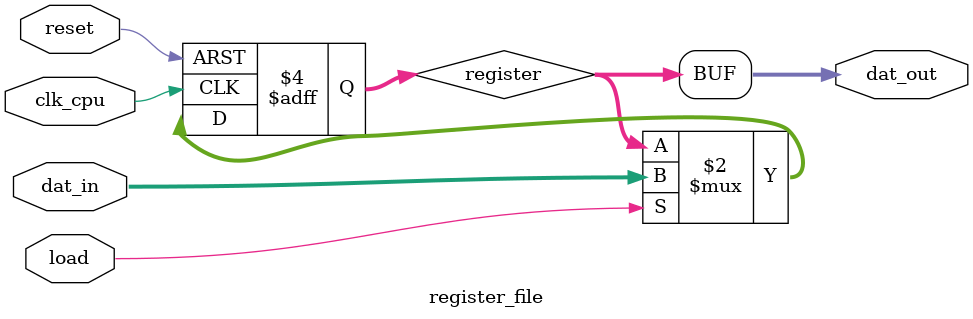
<source format=v>
/*

  register_file.v
  
  Represents one register with specified bit width.
  
  */
  
module register_file (
  input   clk_cpu,
  input   reset,
  input   load,
  input   [3:0] dat_in,
  output  [3:0] dat_out
);

  reg [3:0] register;
  
  always @(posedge clk_cpu or posedge reset) begin
    if (reset) begin
      register <= 4'd0;
    end else if (load) begin
      register <= dat_in;
    end
  end
  
  assign dat_out = register;

endmodule
</source>
